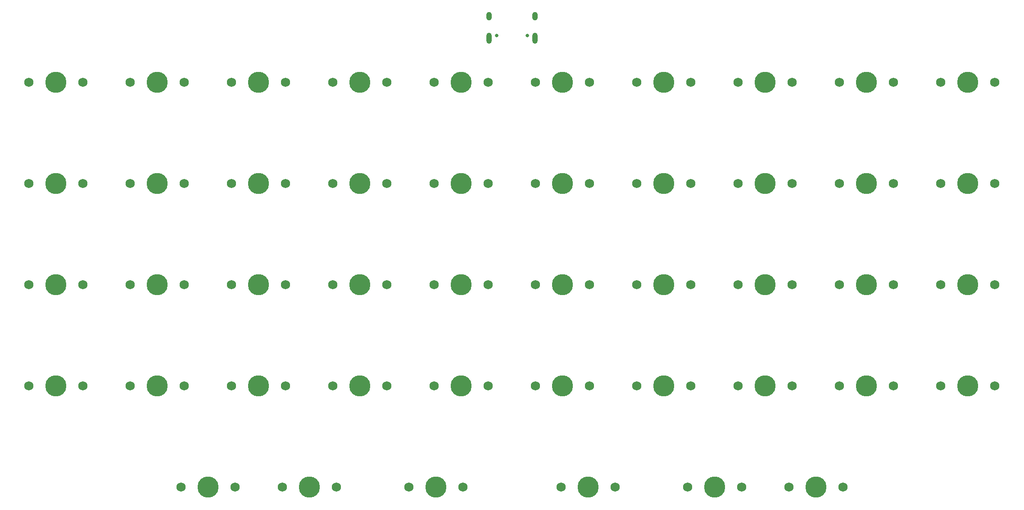
<source format=gts>
%TF.GenerationSoftware,KiCad,Pcbnew,(5.1.12)-1*%
%TF.CreationDate,2022-01-03T12:02:55-05:00*%
%TF.ProjectId,my-keeb-type-c,6d792d6b-6565-4622-9d74-7970652d632e,rev?*%
%TF.SameCoordinates,Original*%
%TF.FileFunction,Soldermask,Top*%
%TF.FilePolarity,Negative*%
%FSLAX46Y46*%
G04 Gerber Fmt 4.6, Leading zero omitted, Abs format (unit mm)*
G04 Created by KiCad (PCBNEW (5.1.12)-1) date 2022-01-03 12:02:55*
%MOMM*%
%LPD*%
G01*
G04 APERTURE LIST*
%ADD10C,1.750000*%
%ADD11C,3.987800*%
%ADD12C,0.650000*%
%ADD13O,1.000000X2.100000*%
%ADD14O,1.000000X1.600000*%
G04 APERTURE END LIST*
D10*
%TO.C,MX46*%
X207486250Y-88106250D03*
X197326250Y-88106250D03*
D11*
X202406250Y-88106250D03*
%TD*%
D10*
%TO.C,MX18*%
X83661250Y-107156250D03*
X73501250Y-107156250D03*
D11*
X78581250Y-107156250D03*
%TD*%
D10*
%TO.C,MX19*%
X112236250Y-30956250D03*
X102076250Y-30956250D03*
D11*
X107156250Y-30956250D03*
%TD*%
D10*
%TO.C,MX24*%
X131286250Y-30956250D03*
X121126250Y-30956250D03*
D11*
X126206250Y-30956250D03*
%TD*%
D10*
%TO.C,MX42*%
X188436250Y-88106250D03*
X178276250Y-88106250D03*
D11*
X183356250Y-88106250D03*
%TD*%
D10*
%TO.C,MX39*%
X188436250Y-30956250D03*
X178276250Y-30956250D03*
D11*
X183356250Y-30956250D03*
%TD*%
D12*
%TO.C,USB1*%
X119571250Y-22125000D03*
X113791250Y-22125000D03*
D13*
X112361250Y-22655000D03*
X121001250Y-22655000D03*
D14*
X112361250Y-18475000D03*
X121001250Y-18475000D03*
%TD*%
D10*
%TO.C,MX45*%
X207486250Y-69056250D03*
X197326250Y-69056250D03*
D11*
X202406250Y-69056250D03*
%TD*%
D10*
%TO.C,MX44*%
X207486250Y-50006250D03*
X197326250Y-50006250D03*
D11*
X202406250Y-50006250D03*
%TD*%
D10*
%TO.C,MX43*%
X207486250Y-30956250D03*
X197326250Y-30956250D03*
D11*
X202406250Y-30956250D03*
%TD*%
D10*
%TO.C,MX41*%
X188436250Y-69056250D03*
X178276250Y-69056250D03*
D11*
X183356250Y-69056250D03*
%TD*%
D10*
%TO.C,MX40*%
X188436250Y-50006250D03*
X178276250Y-50006250D03*
D11*
X183356250Y-50006250D03*
%TD*%
D10*
%TO.C,MX38*%
X178911250Y-107156250D03*
X168751250Y-107156250D03*
D11*
X173831250Y-107156250D03*
%TD*%
D10*
%TO.C,MX37*%
X169386250Y-88106250D03*
X159226250Y-88106250D03*
D11*
X164306250Y-88106250D03*
%TD*%
D10*
%TO.C,MX36*%
X169386250Y-69056250D03*
X159226250Y-69056250D03*
D11*
X164306250Y-69056250D03*
%TD*%
D10*
%TO.C,MX35*%
X169386250Y-50006250D03*
X159226250Y-50006250D03*
D11*
X164306250Y-50006250D03*
%TD*%
D10*
%TO.C,MX34*%
X169386250Y-30956250D03*
X159226250Y-30956250D03*
D11*
X164306250Y-30956250D03*
%TD*%
D10*
%TO.C,MX33*%
X159861250Y-107156250D03*
X149701250Y-107156250D03*
D11*
X154781250Y-107156250D03*
%TD*%
D10*
%TO.C,MX32*%
X150336250Y-88106250D03*
X140176250Y-88106250D03*
D11*
X145256250Y-88106250D03*
%TD*%
D10*
%TO.C,MX31*%
X150336250Y-69056250D03*
X140176250Y-69056250D03*
D11*
X145256250Y-69056250D03*
%TD*%
D10*
%TO.C,MX30*%
X150336250Y-50006250D03*
X140176250Y-50006250D03*
D11*
X145256250Y-50006250D03*
%TD*%
D10*
%TO.C,MX29*%
X150336250Y-30956250D03*
X140176250Y-30956250D03*
D11*
X145256250Y-30956250D03*
%TD*%
D10*
%TO.C,MX28*%
X136048750Y-107156250D03*
X125888750Y-107156250D03*
D11*
X130968750Y-107156250D03*
%TD*%
D10*
%TO.C,MX27*%
X131286250Y-88106250D03*
X121126250Y-88106250D03*
D11*
X126206250Y-88106250D03*
%TD*%
D10*
%TO.C,MX26*%
X131286250Y-69056250D03*
X121126250Y-69056250D03*
D11*
X126206250Y-69056250D03*
%TD*%
D10*
%TO.C,MX25*%
X131286250Y-50006250D03*
X121126250Y-50006250D03*
D11*
X126206250Y-50006250D03*
%TD*%
D10*
%TO.C,MX23*%
X107473750Y-107156250D03*
X97313750Y-107156250D03*
D11*
X102393750Y-107156250D03*
%TD*%
D10*
%TO.C,MX22*%
X112236250Y-88106250D03*
X102076250Y-88106250D03*
D11*
X107156250Y-88106250D03*
%TD*%
D10*
%TO.C,MX21*%
X112236250Y-69056250D03*
X102076250Y-69056250D03*
D11*
X107156250Y-69056250D03*
%TD*%
D10*
%TO.C,MX20*%
X112236250Y-50006250D03*
X102076250Y-50006250D03*
D11*
X107156250Y-50006250D03*
%TD*%
D10*
%TO.C,MX17*%
X93186250Y-88106250D03*
X83026250Y-88106250D03*
D11*
X88106250Y-88106250D03*
%TD*%
D10*
%TO.C,MX16*%
X93186250Y-69056250D03*
X83026250Y-69056250D03*
D11*
X88106250Y-69056250D03*
%TD*%
D10*
%TO.C,MX15*%
X93186250Y-50006250D03*
X83026250Y-50006250D03*
D11*
X88106250Y-50006250D03*
%TD*%
D10*
%TO.C,MX14*%
X93186250Y-30956250D03*
X83026250Y-30956250D03*
D11*
X88106250Y-30956250D03*
%TD*%
D10*
%TO.C,MX13*%
X64611250Y-107156250D03*
X54451250Y-107156250D03*
D11*
X59531250Y-107156250D03*
%TD*%
D10*
%TO.C,MX12*%
X74136250Y-88106250D03*
X63976250Y-88106250D03*
D11*
X69056250Y-88106250D03*
%TD*%
D10*
%TO.C,MX11*%
X74136250Y-69056250D03*
X63976250Y-69056250D03*
D11*
X69056250Y-69056250D03*
%TD*%
D10*
%TO.C,MX10*%
X74136250Y-50006250D03*
X63976250Y-50006250D03*
D11*
X69056250Y-50006250D03*
%TD*%
D10*
%TO.C,MX9*%
X74136250Y-30956250D03*
X63976250Y-30956250D03*
D11*
X69056250Y-30956250D03*
%TD*%
D10*
%TO.C,MX8*%
X55086250Y-88106250D03*
X44926250Y-88106250D03*
D11*
X50006250Y-88106250D03*
%TD*%
D10*
%TO.C,MX7*%
X55086250Y-69056250D03*
X44926250Y-69056250D03*
D11*
X50006250Y-69056250D03*
%TD*%
D10*
%TO.C,MX6*%
X55086250Y-50006250D03*
X44926250Y-50006250D03*
D11*
X50006250Y-50006250D03*
%TD*%
D10*
%TO.C,MX5*%
X55086250Y-30956250D03*
X44926250Y-30956250D03*
D11*
X50006250Y-30956250D03*
%TD*%
D10*
%TO.C,MX4*%
X36036250Y-88106250D03*
X25876250Y-88106250D03*
D11*
X30956250Y-88106250D03*
%TD*%
D10*
%TO.C,MX3*%
X36036250Y-69056250D03*
X25876250Y-69056250D03*
D11*
X30956250Y-69056250D03*
%TD*%
D10*
%TO.C,MX2*%
X36036250Y-50006250D03*
X25876250Y-50006250D03*
D11*
X30956250Y-50006250D03*
%TD*%
D10*
%TO.C,MX1*%
X36036250Y-30956250D03*
X25876250Y-30956250D03*
D11*
X30956250Y-30956250D03*
%TD*%
M02*

</source>
